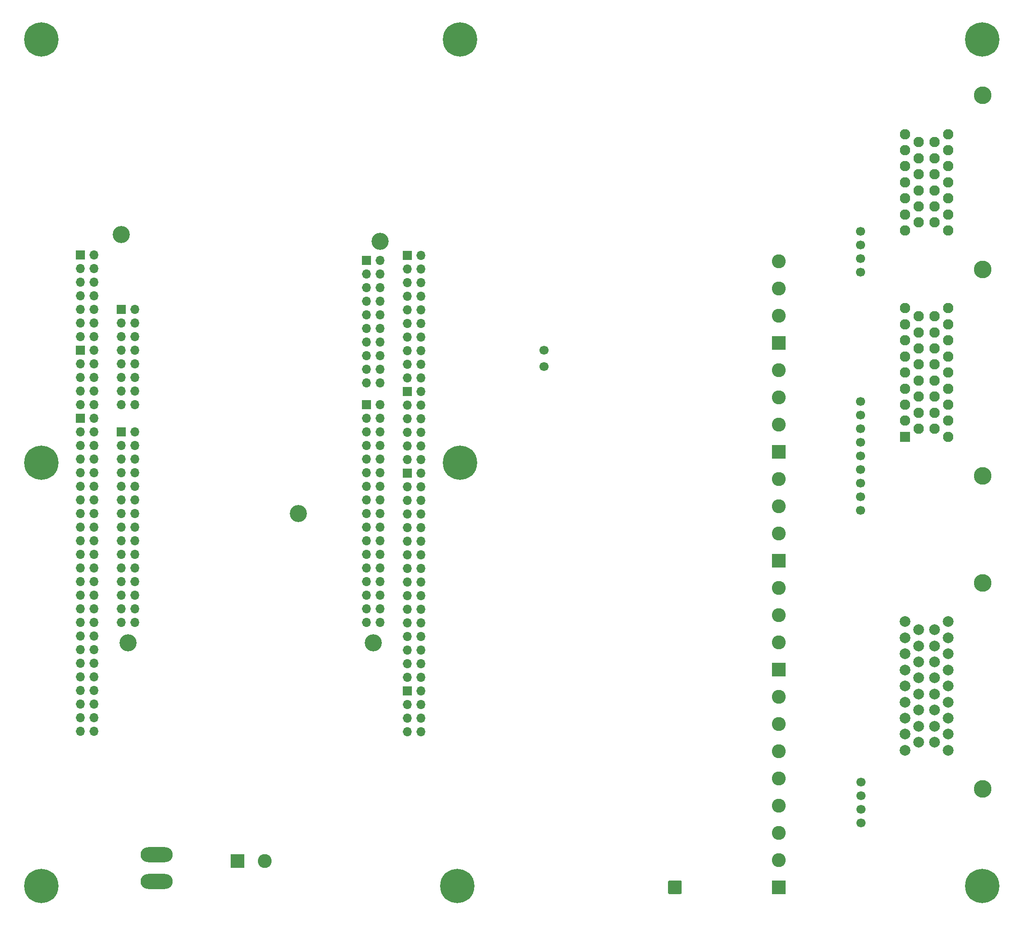
<source format=gbs>
G04 #@! TF.GenerationSoftware,KiCad,Pcbnew,7.0.11-7.0.11~ubuntu22.04.1*
G04 #@! TF.CreationDate,2024-10-18T03:17:22+00:00*
G04 #@! TF.ProjectId,digital_inputs,64696769-7461-46c5-9f69-6e707574732e,rev?*
G04 #@! TF.SameCoordinates,PX791ddc0PYca2dd00*
G04 #@! TF.FileFunction,Soldermask,Bot*
G04 #@! TF.FilePolarity,Negative*
%FSLAX46Y46*%
G04 Gerber Fmt 4.6, Leading zero omitted, Abs format (unit mm)*
G04 Created by KiCad (PCBNEW 7.0.11-7.0.11~ubuntu22.04.1) date 2024-10-18 03:17:22*
%MOMM*%
%LPD*%
G01*
G04 APERTURE LIST*
%ADD10C,0.800000*%
%ADD11C,6.400000*%
%ADD12C,3.300000*%
%ADD13R,1.950000X1.950000*%
%ADD14C,1.950000*%
%ADD15R,1.700000X1.700000*%
%ADD16O,1.700000X1.700000*%
%ADD17R,2.600000X2.600000*%
%ADD18C,2.600000*%
%ADD19C,1.700000*%
%ADD20C,3.200000*%
%ADD21O,6.000000X2.800000*%
%ADD22C,2.000000*%
G04 APERTURE END LIST*
D10*
G04 #@! TO.C,J12*
X78600000Y3500000D03*
X79302944Y5197056D03*
X79302944Y1802944D03*
X81000000Y5900000D03*
D11*
X81000000Y3500000D03*
D10*
X81000000Y1100000D03*
X82697056Y5197056D03*
X82697056Y1802944D03*
X83400000Y3500000D03*
G04 #@! TD*
D12*
G04 #@! TO.C,J19*
X179000000Y151050000D03*
X179000000Y118550000D03*
X179000000Y80050000D03*
D13*
X164500000Y87300000D03*
D14*
X164500000Y90300000D03*
X164500000Y93300000D03*
X164500000Y96300000D03*
X164500000Y99300000D03*
X164500000Y102300000D03*
X164500000Y105300000D03*
X164500000Y108300000D03*
X164500000Y111300000D03*
X167000000Y88800000D03*
X167000000Y91800000D03*
X167000000Y94800000D03*
X167000000Y97800000D03*
X167000000Y100800000D03*
X167000000Y103800000D03*
X167000000Y106800000D03*
X167000000Y109800000D03*
X170000000Y88800000D03*
X170000000Y91800000D03*
X170000000Y94800000D03*
X170000000Y97800000D03*
X170000000Y100800000D03*
X170000000Y103800000D03*
X170000000Y106800000D03*
X170000000Y109800000D03*
X172500000Y87300000D03*
X172500000Y90300000D03*
X172500000Y93300000D03*
X172500000Y96300000D03*
X172500000Y99300000D03*
X172500000Y102300000D03*
X172500000Y105300000D03*
X172500000Y108300000D03*
X172500000Y111300000D03*
X164500000Y125800000D03*
X164500000Y128800000D03*
X164500000Y131800000D03*
X164500000Y134800000D03*
X164500000Y137800000D03*
X164500000Y140800000D03*
X164500000Y143800000D03*
X167000000Y127300000D03*
X167000000Y130300000D03*
X167000000Y133300000D03*
X167000000Y136300000D03*
X167000000Y139300000D03*
X167000000Y142300000D03*
X170000000Y127300000D03*
X170000000Y130300000D03*
X170000000Y133300000D03*
X170000000Y136300000D03*
X170000000Y139300000D03*
X170000000Y142300000D03*
X172500000Y125800000D03*
X172500000Y128800000D03*
X172500000Y131800000D03*
X172500000Y134800000D03*
X172500000Y137800000D03*
X172500000Y140800000D03*
X172500000Y143800000D03*
G04 #@! TD*
D15*
G04 #@! TO.C,J23*
X64090000Y120184000D03*
D16*
X66630000Y120184000D03*
X64090000Y117644000D03*
X66630000Y117644000D03*
X64090000Y115104000D03*
X66630000Y115104000D03*
X64090000Y112564000D03*
X66630000Y112564000D03*
X64090000Y110024000D03*
X66630000Y110024000D03*
X64090000Y107484000D03*
X66630000Y107484000D03*
X64090000Y104944000D03*
X66630000Y104944000D03*
X64090000Y102404000D03*
X66630000Y102404000D03*
X64090000Y99864000D03*
X66630000Y99864000D03*
X64090000Y97324000D03*
X66630000Y97324000D03*
G04 #@! TD*
D15*
G04 #@! TO.C,J20*
X10750000Y90720000D03*
D16*
X13290000Y90720000D03*
X10750000Y88180000D03*
X13290000Y88180000D03*
X10750000Y85640000D03*
X13290000Y85640000D03*
X10750000Y83100000D03*
X13290000Y83100000D03*
X10750000Y80560000D03*
X13290000Y80560000D03*
X10750000Y78020000D03*
X13290000Y78020000D03*
X10750000Y75480000D03*
X13290000Y75480000D03*
X10750000Y72940000D03*
X13290000Y72940000D03*
X10750000Y70400000D03*
X13290000Y70400000D03*
X10750000Y67860000D03*
X13290000Y67860000D03*
X10750000Y65320000D03*
X13290000Y65320000D03*
X10750000Y62780000D03*
X13290000Y62780000D03*
X10750000Y60240000D03*
X13290000Y60240000D03*
X10750000Y57700000D03*
X13290000Y57700000D03*
X10750000Y55160000D03*
X13290000Y55160000D03*
X10750000Y52620000D03*
X13290000Y52620000D03*
X10750000Y50080000D03*
X13290000Y50080000D03*
X10750000Y47540000D03*
X13290000Y47540000D03*
X10750000Y45000000D03*
X13290000Y45000000D03*
X10750000Y42460000D03*
X13290000Y42460000D03*
X10750000Y39920000D03*
X13290000Y39920000D03*
X10750000Y37380000D03*
X13290000Y37380000D03*
X10750000Y34840000D03*
X13290000Y34840000D03*
X10750000Y32300000D03*
X13290000Y32300000D03*
G04 #@! TD*
D17*
G04 #@! TO.C,J6*
X140925000Y64180000D03*
D18*
X140925000Y69260000D03*
X140925000Y74340000D03*
X140925000Y79420000D03*
G04 #@! TD*
D19*
G04 #@! TO.C,P19*
X97200000Y100400000D03*
G04 #@! TD*
D20*
G04 #@! TO.C,H2*
X66630000Y123740000D03*
G04 #@! TD*
D21*
G04 #@! TO.C,CB1*
X25000000Y4300000D03*
X25000000Y9300000D03*
G04 #@! TD*
D17*
G04 #@! TO.C,J5*
X40005000Y8165000D03*
D18*
X45085000Y8165000D03*
G04 #@! TD*
D19*
G04 #@! TO.C,P12*
X156210000Y125640000D03*
G04 #@! TD*
G04 #@! TO.C,P18*
X97200000Y103500000D03*
G04 #@! TD*
G04 #@! TO.C,P2*
X156210000Y91350000D03*
G04 #@! TD*
D15*
G04 #@! TO.C,J22*
X18370000Y88180000D03*
D16*
X20910000Y88180000D03*
X18370000Y85640000D03*
X20910000Y85640000D03*
X18370000Y83100000D03*
X20910000Y83100000D03*
X18370000Y80560000D03*
X20910000Y80560000D03*
X18370000Y78020000D03*
X20910000Y78020000D03*
X18370000Y75480000D03*
X20910000Y75480000D03*
X18370000Y72940000D03*
X20910000Y72940000D03*
X18370000Y70400000D03*
X20910000Y70400000D03*
X18370000Y67860000D03*
X20910000Y67860000D03*
X18370000Y65320000D03*
X20910000Y65320000D03*
X18370000Y62780000D03*
X20910000Y62780000D03*
X18370000Y60240000D03*
X20910000Y60240000D03*
X18370000Y57700000D03*
X20910000Y57700000D03*
X18370000Y55160000D03*
X20910000Y55160000D03*
X18370000Y52620000D03*
X20910000Y52620000D03*
G04 #@! TD*
D19*
G04 #@! TO.C,P8*
X156210000Y81190000D03*
G04 #@! TD*
G04 #@! TO.C,P10*
X156210000Y76110000D03*
G04 #@! TD*
D15*
G04 #@! TO.C,J27*
X71710000Y80540000D03*
D16*
X74250000Y80540000D03*
X71710000Y78000000D03*
X74250000Y78000000D03*
X71710000Y75460000D03*
X74250000Y75460000D03*
X71710000Y72920000D03*
X74250000Y72920000D03*
X71710000Y70380000D03*
X74250000Y70380000D03*
X71710000Y67840000D03*
X74250000Y67840000D03*
X71710000Y65300000D03*
X74250000Y65300000D03*
X71710000Y62760000D03*
X74250000Y62760000D03*
X71710000Y60220000D03*
X74250000Y60220000D03*
X71710000Y57680000D03*
X74250000Y57680000D03*
X71710000Y55140000D03*
X74250000Y55140000D03*
X71710000Y52600000D03*
X74250000Y52600000D03*
X71710000Y50060000D03*
X74250000Y50060000D03*
X71710000Y47520000D03*
X74250000Y47520000D03*
X71710000Y44980000D03*
X74250000Y44980000D03*
X71710000Y42440000D03*
X74250000Y42440000D03*
G04 #@! TD*
D20*
G04 #@! TO.C,H5*
X65360000Y48810000D03*
G04 #@! TD*
D10*
G04 #@! TO.C,J10*
X79100000Y82500000D03*
X79802944Y84197056D03*
X79802944Y80802944D03*
X81500000Y84900000D03*
D11*
X81500000Y82500000D03*
D10*
X81500000Y80100000D03*
X83197056Y84197056D03*
X83197056Y80802944D03*
X83900000Y82500000D03*
G04 #@! TD*
D15*
G04 #@! TO.C,J21*
X18370000Y111040000D03*
D16*
X20910000Y111040000D03*
X18370000Y108500000D03*
X20910000Y108500000D03*
X18370000Y105960000D03*
X20910000Y105960000D03*
X18370000Y103420000D03*
X20910000Y103420000D03*
X18370000Y100880000D03*
X20910000Y100880000D03*
X18370000Y98340000D03*
X20910000Y98340000D03*
X18370000Y95800000D03*
X20910000Y95800000D03*
X18370000Y93260000D03*
X20910000Y93260000D03*
G04 #@! TD*
D17*
G04 #@! TO.C,J7*
X140925000Y84500000D03*
D18*
X140925000Y89580000D03*
X140925000Y94660000D03*
X140925000Y99740000D03*
G04 #@! TD*
D17*
G04 #@! TO.C,J8*
X140925000Y104820000D03*
D18*
X140925000Y109900000D03*
X140925000Y114980000D03*
X140925000Y120060000D03*
G04 #@! TD*
D17*
G04 #@! TO.C,J3*
X140925000Y3220000D03*
D18*
X140925000Y8300000D03*
X140925000Y13380000D03*
X140925000Y18460000D03*
X140925000Y23540000D03*
X140925000Y28620000D03*
X140925000Y33700000D03*
X140925000Y38780000D03*
G04 #@! TD*
D10*
G04 #@! TO.C,J16*
X176514214Y3500000D03*
X177217158Y5197056D03*
X177217158Y1802944D03*
X178914214Y5900000D03*
D11*
X178914214Y3500000D03*
D10*
X178914214Y1100000D03*
X180611270Y5197056D03*
X180611270Y1802944D03*
X181314214Y3500000D03*
G04 #@! TD*
D19*
G04 #@! TO.C,P13*
X156210000Y120560000D03*
G04 #@! TD*
G04 #@! TO.C,P11*
X156210000Y73570000D03*
G04 #@! TD*
D10*
G04 #@! TO.C,J11*
X176514214Y161500000D03*
X177217158Y163197056D03*
X177217158Y159802944D03*
X178914214Y163900000D03*
D11*
X178914214Y161500000D03*
D10*
X178914214Y159100000D03*
X180611270Y163197056D03*
X180611270Y159802944D03*
X181314214Y161500000D03*
G04 #@! TD*
D19*
G04 #@! TO.C,P9*
X156210000Y78650000D03*
G04 #@! TD*
G04 #@! TO.C,P1*
X156210000Y88810000D03*
G04 #@! TD*
G04 #@! TO.C,P15*
X156250000Y20320000D03*
G04 #@! TD*
D10*
G04 #@! TO.C,J13*
X1100000Y161500000D03*
X1802944Y163197056D03*
X1802944Y159802944D03*
X3500000Y163900000D03*
D11*
X3500000Y161500000D03*
D10*
X3500000Y159100000D03*
X5197056Y163197056D03*
X5197056Y159802944D03*
X5900000Y161500000D03*
G04 #@! TD*
D15*
G04 #@! TO.C,J18*
X10750000Y103420000D03*
D16*
X13290000Y103420000D03*
X10750000Y100880000D03*
X13290000Y100880000D03*
X10750000Y98340000D03*
X13290000Y98340000D03*
X10750000Y95800000D03*
X13290000Y95800000D03*
X10750000Y93260000D03*
X13290000Y93260000D03*
G04 #@! TD*
D19*
G04 #@! TO.C,P3*
X156210000Y93890000D03*
G04 #@! TD*
G04 #@! TO.C,P16*
X156250000Y17780000D03*
G04 #@! TD*
D10*
G04 #@! TO.C,J14*
X79100000Y161500000D03*
X79802944Y163197056D03*
X79802944Y159802944D03*
X81500000Y163900000D03*
D11*
X81500000Y161500000D03*
D10*
X81500000Y159100000D03*
X83197056Y163197056D03*
X83197056Y159802944D03*
X83900000Y161500000D03*
G04 #@! TD*
D15*
G04 #@! TO.C,J25*
X71710000Y121180000D03*
D16*
X74250000Y121180000D03*
X71710000Y118640000D03*
X74250000Y118640000D03*
X71710000Y116100000D03*
X74250000Y116100000D03*
X71710000Y113560000D03*
X74250000Y113560000D03*
X71710000Y111020000D03*
X74250000Y111020000D03*
X71710000Y108480000D03*
X74250000Y108480000D03*
X71710000Y105940000D03*
X74250000Y105940000D03*
X71710000Y103400000D03*
X74250000Y103400000D03*
X71710000Y100860000D03*
X74250000Y100860000D03*
X71710000Y98320000D03*
X74250000Y98320000D03*
G04 #@! TD*
D20*
G04 #@! TO.C,H3*
X51390000Y72940000D03*
G04 #@! TD*
D19*
G04 #@! TO.C,P17*
X156250000Y15240000D03*
G04 #@! TD*
G04 #@! TO.C,J4*
G36*
G01*
X120305000Y2194999D02*
X120305000Y4245001D01*
G75*
G02*
X120554999Y4495000I249999J0D01*
G01*
X122605001Y4495000D01*
G75*
G02*
X122855000Y4245001I0J-249999D01*
G01*
X122855000Y2194999D01*
G75*
G02*
X122605001Y1945000I-249999J0D01*
G01*
X120554999Y1945000D01*
G75*
G02*
X120305000Y2194999I0J249999D01*
G01*
G37*
G04 #@! TD*
D15*
G04 #@! TO.C,J28*
X71710000Y39900000D03*
D16*
X74250000Y39900000D03*
X71710000Y37360000D03*
X74250000Y37360000D03*
X71710000Y34820000D03*
X74250000Y34820000D03*
X71710000Y32280000D03*
X74250000Y32280000D03*
G04 #@! TD*
D15*
G04 #@! TO.C,J24*
X64090000Y93260000D03*
D16*
X66630000Y93260000D03*
X64090000Y90720000D03*
X66630000Y90720000D03*
X64090000Y88180000D03*
X66630000Y88180000D03*
X64090000Y85640000D03*
X66630000Y85640000D03*
X64090000Y83100000D03*
X66630000Y83100000D03*
X64090000Y80560000D03*
X66630000Y80560000D03*
X64090000Y78020000D03*
X66630000Y78020000D03*
X64090000Y75480000D03*
X66630000Y75480000D03*
X64090000Y72940000D03*
X66630000Y72940000D03*
X64090000Y70400000D03*
X66630000Y70400000D03*
X64090000Y67860000D03*
X66630000Y67860000D03*
X64090000Y65320000D03*
X66630000Y65320000D03*
X64090000Y62780000D03*
X66630000Y62780000D03*
X64090000Y60240000D03*
X66630000Y60240000D03*
X64090000Y57700000D03*
X66630000Y57700000D03*
X64090000Y55160000D03*
X66630000Y55160000D03*
X64090000Y52620000D03*
X66630000Y52620000D03*
G04 #@! TD*
D19*
G04 #@! TO.C,P6*
X156210000Y86270000D03*
G04 #@! TD*
D15*
G04 #@! TO.C,J2*
X10750000Y121200000D03*
D16*
X13290000Y121200000D03*
X10750000Y118660000D03*
X13290000Y118660000D03*
X10750000Y116120000D03*
X13290000Y116120000D03*
X10750000Y113580000D03*
X13290000Y113580000D03*
X10750000Y111040000D03*
X13290000Y111040000D03*
X10750000Y108500000D03*
X13290000Y108500000D03*
X10750000Y105960000D03*
X13290000Y105960000D03*
G04 #@! TD*
D20*
G04 #@! TO.C,H4*
X19640000Y48810000D03*
G04 #@! TD*
D19*
G04 #@! TO.C,P14*
X156250000Y22860000D03*
G04 #@! TD*
D10*
G04 #@! TO.C,J17*
X1100000Y3500000D03*
X1802944Y5197056D03*
X1802944Y1802944D03*
X3500000Y5900000D03*
D11*
X3500000Y3500000D03*
D10*
X3500000Y1100000D03*
X5197056Y5197056D03*
X5197056Y1802944D03*
X5900000Y3500000D03*
G04 #@! TD*
D15*
G04 #@! TO.C,J26*
X71710000Y95780000D03*
D16*
X74250000Y95780000D03*
X71710000Y93240000D03*
X74250000Y93240000D03*
X71710000Y90700000D03*
X74250000Y90700000D03*
X71710000Y88160000D03*
X74250000Y88160000D03*
X71710000Y85620000D03*
X74250000Y85620000D03*
X71710000Y83080000D03*
X74250000Y83080000D03*
G04 #@! TD*
D19*
G04 #@! TO.C,P4*
X156210000Y123100000D03*
G04 #@! TD*
D10*
G04 #@! TO.C,J15*
X1100000Y82500000D03*
X1802944Y84197056D03*
X1802944Y80802944D03*
X3500000Y84900000D03*
D11*
X3500000Y82500000D03*
D10*
X3500000Y80100000D03*
X5197056Y84197056D03*
X5197056Y80802944D03*
X5900000Y82500000D03*
G04 #@! TD*
D19*
G04 #@! TO.C,P5*
X156210000Y118020000D03*
G04 #@! TD*
D12*
G04 #@! TO.C,J1*
X179000000Y21550000D03*
X179000000Y60050000D03*
D22*
X164500000Y28800000D03*
X164500000Y31800000D03*
X164500000Y34800000D03*
X164500000Y37800000D03*
X164500000Y40800000D03*
X164500000Y43800000D03*
X164500000Y46800000D03*
X164500000Y49800000D03*
X164500000Y52800000D03*
X167000000Y30300000D03*
X167000000Y33300000D03*
X167000000Y36300000D03*
X167000000Y39300000D03*
X167000000Y42300000D03*
X167000000Y45300000D03*
X167000000Y48300000D03*
X167000000Y51300000D03*
X170000000Y30300000D03*
X170000000Y33300000D03*
X170000000Y36300000D03*
X170000000Y39300000D03*
X170000000Y42300000D03*
X170000000Y45300000D03*
X170000000Y48300000D03*
X170000000Y51300000D03*
X172500000Y28800000D03*
X172500000Y31800000D03*
X172500000Y34800000D03*
X172500000Y37800000D03*
X172500000Y40800000D03*
X172500000Y43800000D03*
X172500000Y46800000D03*
X172500000Y49800000D03*
X172500000Y52800000D03*
G04 #@! TD*
D19*
G04 #@! TO.C,P7*
X156210000Y83730000D03*
G04 #@! TD*
D17*
G04 #@! TO.C,J9*
X140925000Y43860000D03*
D18*
X140925000Y48940000D03*
X140925000Y54020000D03*
X140925000Y59100000D03*
G04 #@! TD*
D20*
G04 #@! TO.C,H1*
X18370000Y125010000D03*
G04 #@! TD*
M02*

</source>
